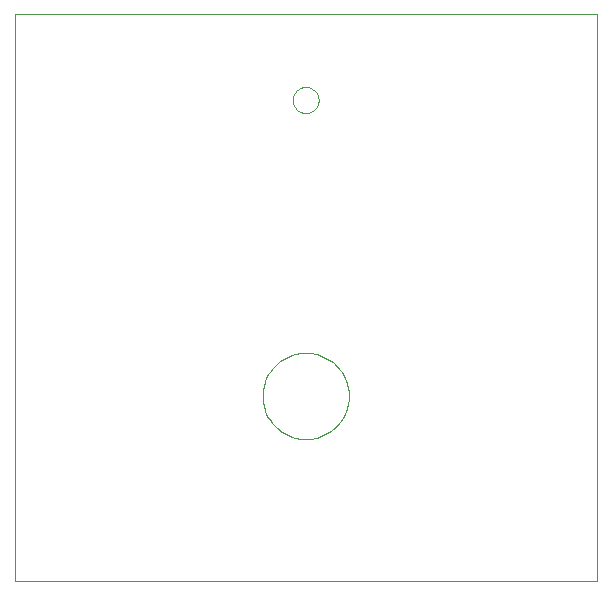
<source format=gbo>
G75*
G70*
%OFA0B0*%
%FSLAX24Y24*%
%IPPOS*%
%LPD*%
%AMOC8*
5,1,8,0,0,1.08239X$1,22.5*
%
%ADD10C,0.0000*%
D10*
X000303Y000269D02*
X019713Y000269D01*
X019713Y019166D01*
X000303Y019166D01*
X000303Y000269D01*
X008571Y006430D02*
X008573Y006505D01*
X008579Y006580D01*
X008589Y006655D01*
X008602Y006729D01*
X008620Y006802D01*
X008641Y006874D01*
X008666Y006945D01*
X008695Y007014D01*
X008728Y007082D01*
X008764Y007148D01*
X008803Y007213D01*
X008845Y007275D01*
X008891Y007334D01*
X008940Y007392D01*
X008992Y007446D01*
X009046Y007498D01*
X009104Y007547D01*
X009163Y007593D01*
X009225Y007635D01*
X009289Y007674D01*
X009356Y007710D01*
X009424Y007743D01*
X009493Y007772D01*
X009564Y007797D01*
X009636Y007818D01*
X009709Y007836D01*
X009783Y007849D01*
X009858Y007859D01*
X009933Y007865D01*
X010008Y007867D01*
X010083Y007865D01*
X010158Y007859D01*
X010233Y007849D01*
X010307Y007836D01*
X010380Y007818D01*
X010452Y007797D01*
X010523Y007772D01*
X010592Y007743D01*
X010660Y007710D01*
X010726Y007674D01*
X010791Y007635D01*
X010853Y007593D01*
X010912Y007547D01*
X010970Y007498D01*
X011024Y007446D01*
X011076Y007392D01*
X011125Y007334D01*
X011171Y007275D01*
X011213Y007213D01*
X011252Y007149D01*
X011288Y007082D01*
X011321Y007014D01*
X011350Y006945D01*
X011375Y006874D01*
X011396Y006802D01*
X011414Y006729D01*
X011427Y006655D01*
X011437Y006580D01*
X011443Y006505D01*
X011445Y006430D01*
X011443Y006355D01*
X011437Y006280D01*
X011427Y006205D01*
X011414Y006131D01*
X011396Y006058D01*
X011375Y005986D01*
X011350Y005915D01*
X011321Y005846D01*
X011288Y005778D01*
X011252Y005712D01*
X011213Y005647D01*
X011171Y005585D01*
X011125Y005526D01*
X011076Y005468D01*
X011024Y005414D01*
X010970Y005362D01*
X010912Y005313D01*
X010853Y005267D01*
X010791Y005225D01*
X010727Y005186D01*
X010660Y005150D01*
X010592Y005117D01*
X010523Y005088D01*
X010452Y005063D01*
X010380Y005042D01*
X010307Y005024D01*
X010233Y005011D01*
X010158Y005001D01*
X010083Y004995D01*
X010008Y004993D01*
X009933Y004995D01*
X009858Y005001D01*
X009783Y005011D01*
X009709Y005024D01*
X009636Y005042D01*
X009564Y005063D01*
X009493Y005088D01*
X009424Y005117D01*
X009356Y005150D01*
X009290Y005186D01*
X009225Y005225D01*
X009163Y005267D01*
X009104Y005313D01*
X009046Y005362D01*
X008992Y005414D01*
X008940Y005468D01*
X008891Y005526D01*
X008845Y005585D01*
X008803Y005647D01*
X008764Y005711D01*
X008728Y005778D01*
X008695Y005846D01*
X008666Y005915D01*
X008641Y005986D01*
X008620Y006058D01*
X008602Y006131D01*
X008589Y006205D01*
X008579Y006280D01*
X008573Y006355D01*
X008571Y006430D01*
X009575Y016292D02*
X009577Y016333D01*
X009583Y016374D01*
X009593Y016414D01*
X009606Y016453D01*
X009623Y016490D01*
X009644Y016526D01*
X009668Y016560D01*
X009695Y016591D01*
X009724Y016619D01*
X009757Y016645D01*
X009791Y016667D01*
X009828Y016686D01*
X009866Y016701D01*
X009906Y016713D01*
X009946Y016721D01*
X009987Y016725D01*
X010029Y016725D01*
X010070Y016721D01*
X010110Y016713D01*
X010150Y016701D01*
X010188Y016686D01*
X010224Y016667D01*
X010259Y016645D01*
X010292Y016619D01*
X010321Y016591D01*
X010348Y016560D01*
X010372Y016526D01*
X010393Y016490D01*
X010410Y016453D01*
X010423Y016414D01*
X010433Y016374D01*
X010439Y016333D01*
X010441Y016292D01*
X010439Y016251D01*
X010433Y016210D01*
X010423Y016170D01*
X010410Y016131D01*
X010393Y016094D01*
X010372Y016058D01*
X010348Y016024D01*
X010321Y015993D01*
X010292Y015965D01*
X010259Y015939D01*
X010225Y015917D01*
X010188Y015898D01*
X010150Y015883D01*
X010110Y015871D01*
X010070Y015863D01*
X010029Y015859D01*
X009987Y015859D01*
X009946Y015863D01*
X009906Y015871D01*
X009866Y015883D01*
X009828Y015898D01*
X009792Y015917D01*
X009757Y015939D01*
X009724Y015965D01*
X009695Y015993D01*
X009668Y016024D01*
X009644Y016058D01*
X009623Y016094D01*
X009606Y016131D01*
X009593Y016170D01*
X009583Y016210D01*
X009577Y016251D01*
X009575Y016292D01*
M02*

</source>
